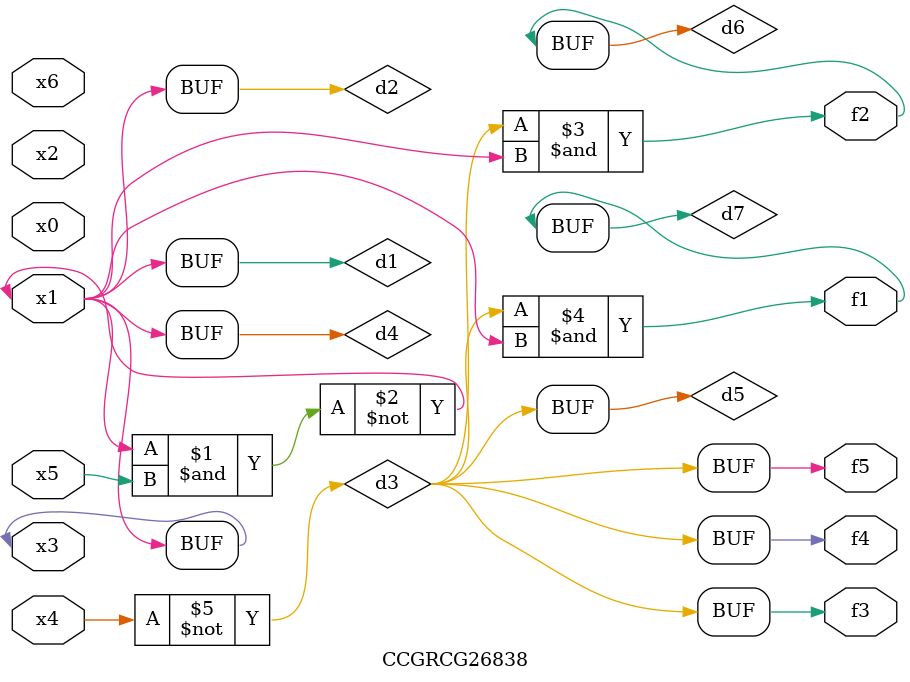
<source format=v>
module CCGRCG26838(
	input x0, x1, x2, x3, x4, x5, x6,
	output f1, f2, f3, f4, f5
);

	wire d1, d2, d3, d4, d5, d6, d7;

	buf (d1, x1, x3);
	nand (d2, x1, x5);
	not (d3, x4);
	buf (d4, d1, d2);
	buf (d5, d3);
	and (d6, d3, d4);
	and (d7, d3, d4);
	assign f1 = d7;
	assign f2 = d6;
	assign f3 = d5;
	assign f4 = d5;
	assign f5 = d5;
endmodule

</source>
